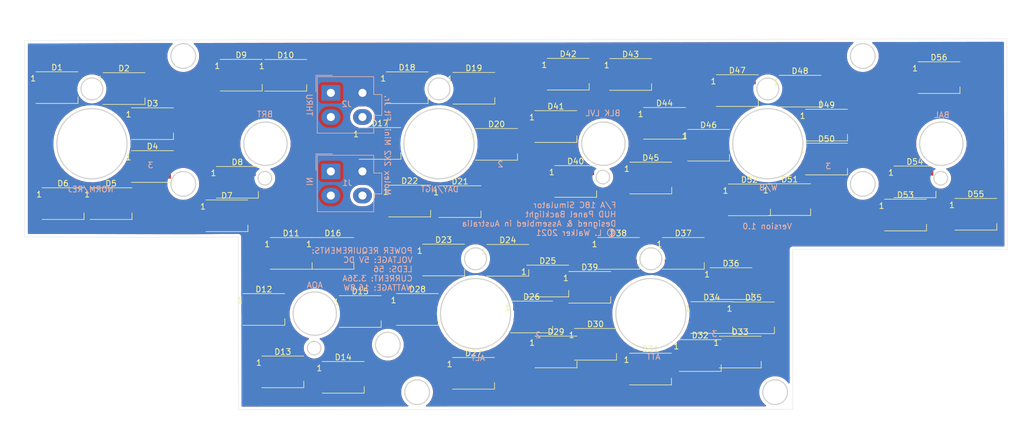
<source format=kicad_pcb>
(kicad_pcb (version 20171130) (host pcbnew "(5.1.6)-1")
  (layers (0 F.Cu signal) (1 In1.Cu signal) (2 In2.Cu signal) (31 B.Cu signal) (34 B.Paste user) (35 F.Paste user) (36 B.SilkS user) (37 F.SilkS user) (38 B.Mask user) (39 F.Mask user) (44 Edge.Cuts user))
  (net 0 "")
  (net 1 /LED+5V)
  (net 2 /LEDGND)
  (net 3 /DATAIN)
  (net 4 "Net-(D10-Pad4)")
  (net 5 /DATAOUT)
  (net 6 "Net-(D1-Pad2)")
  (net 7 "Net-(D2-Pad2)")
  (net 8 "Net-(D3-Pad2)")
  (net 9 "Net-(D4-Pad2)")
  (net 10 "Net-(D5-Pad2)")
  (net 11 "Net-(D6-Pad2)")
  (net 12 "Net-(D7-Pad2)")
  (net 13 "Net-(D8-Pad2)")
  (net 14 "Net-(D10-Pad2)")
  (net 15 "Net-(D11-Pad2)")
  (net 16 "Net-(D12-Pad2)")
  (net 17 "Net-(D13-Pad2)")
  (net 18 "Net-(D14-Pad2)")
  (net 19 "Net-(D15-Pad2)")
  (net 20 "Net-(D16-Pad2)")
  (net 21 "Net-(D17-Pad2)")
  (net 22 "Net-(D18-Pad2)")
  (net 23 "Net-(D19-Pad2)")
  (net 24 "Net-(D20-Pad2)")
  (net 25 "Net-(D21-Pad2)")
  (net 26 "Net-(D22-Pad2)")
  (net 27 "Net-(D23-Pad2)")
  (net 28 "Net-(D24-Pad2)")
  (net 29 "Net-(D25-Pad2)")
  (net 30 "Net-(D26-Pad2)")
  (net 31 "Net-(D27-Pad2)")
  (net 32 "Net-(D28-Pad2)")
  (net 33 "Net-(D29-Pad2)")
  (net 34 "Net-(D30-Pad2)")
  (net 35 "Net-(D31-Pad2)")
  (net 36 "Net-(D32-Pad2)")
  (net 37 "Net-(D33-Pad2)")
  (net 38 "Net-(D34-Pad2)")
  (net 39 "Net-(D35-Pad2)")
  (net 40 "Net-(D36-Pad2)")
  (net 41 "Net-(D37-Pad2)")
  (net 42 "Net-(D38-Pad2)")
  (net 43 "Net-(D39-Pad2)")
  (net 44 "Net-(D40-Pad2)")
  (net 45 "Net-(D41-Pad2)")
  (net 46 "Net-(D42-Pad2)")
  (net 47 "Net-(D43-Pad2)")
  (net 48 "Net-(D44-Pad2)")
  (net 49 "Net-(D45-Pad2)")
  (net 50 "Net-(D46-Pad2)")
  (net 51 "Net-(D47-Pad2)")
  (net 52 "Net-(D48-Pad2)")
  (net 53 "Net-(D49-Pad2)")
  (net 54 "Net-(D50-Pad2)")
  (net 55 "Net-(D51-Pad2)")
  (net 56 "Net-(D52-Pad2)")
  (net 57 "Net-(D53-Pad2)")
  (net 58 "Net-(D54-Pad2)")
  (net 59 "Net-(D55-Pad2)")
  (module LED_SMD:LED_WS2812B_PLCC4_5.0x5.0mm_P3.2mm (layer F.Cu) (at 226.6 45)
    (fp_text reference D56 (at 0 -3.5) (layer F.SilkS))
    (fp_text value WS2812B)
    (fp_text user 1 (at -4.15 -1.6) (layer F.SilkS))
    (pad 1 smd rect (at -2.45 -1.6) (size 1.5 1) (layers F.Cu F.Paste F.Mask) (net 1 /LED+5V))
    (pad 2 smd rect (at -2.45 1.6) (size 1.5 1) (layers F.Cu F.Paste F.Mask) (net 5 /DATAOUT))
    (pad 4 smd rect (at 2.45 -1.6) (size 1.5 1) (layers F.Cu F.Paste F.Mask) (net 59 "Net-(D55-Pad2)"))
    (pad 3 smd rect (at 2.45 1.6) (size 1.5 1) (layers F.Cu F.Paste F.Mask) (net 2 /LEDGND))
  )
  (module LED_SMD:LED_WS2812B_PLCC4_5.0x5.0mm_P3.2mm (layer F.Cu) (at 233 68.75)
    (fp_text reference D55 (at 0 -3.5) (layer F.SilkS))
    (fp_text value WS2812B)
    (fp_text user 1 (at -4.15 -1.6) (layer F.SilkS))
    (pad 1 smd rect (at -2.45 -1.6) (size 1.5 1) (layers F.Cu F.Paste F.Mask) (net 1 /LED+5V))
    (pad 2 smd rect (at -2.45 1.6) (size 1.5 1) (layers F.Cu F.Paste F.Mask) (net 59 "Net-(D55-Pad2)"))
    (pad 4 smd rect (at 2.45 -1.6) (size 1.5 1) (layers F.Cu F.Paste F.Mask) (net 58 "Net-(D54-Pad2)"))
    (pad 3 smd rect (at 2.45 1.6) (size 1.5 1) (layers F.Cu F.Paste F.Mask) (net 2 /LEDGND))
  )
  (module LED_SMD:LED_WS2812B_PLCC4_5.0x5.0mm_P3.2mm (layer F.Cu) (at 222.414 63.1188)
    (fp_text reference D54 (at 0 -3.5) (layer F.SilkS))
    (fp_text value WS2812B)
    (fp_text user 1 (at -4.15 -1.6) (layer F.SilkS))
    (pad 1 smd rect (at -2.45 -1.6) (size 1.5 1) (layers F.Cu F.Paste F.Mask) (net 1 /LED+5V))
    (pad 2 smd rect (at -2.45 1.6) (size 1.5 1) (layers F.Cu F.Paste F.Mask) (net 58 "Net-(D54-Pad2)"))
    (pad 4 smd rect (at 2.45 -1.6) (size 1.5 1) (layers F.Cu F.Paste F.Mask) (net 57 "Net-(D53-Pad2)"))
    (pad 3 smd rect (at 2.45 1.6) (size 1.5 1) (layers F.Cu F.Paste F.Mask) (net 2 /LEDGND))
  )
  (module LED_SMD:LED_WS2812B_PLCC4_5.0x5.0mm_P3.2mm (layer F.Cu) (at 220.777 68.8848)
    (fp_text reference D53 (at 0 -3.5) (layer F.SilkS))
    (fp_text value WS2812B)
    (fp_text user 1 (at -4.15 -1.6) (layer F.SilkS))
    (pad 1 smd rect (at -2.45 -1.6) (size 1.5 1) (layers F.Cu F.Paste F.Mask) (net 1 /LED+5V))
    (pad 2 smd rect (at -2.45 1.6) (size 1.5 1) (layers F.Cu F.Paste F.Mask) (net 57 "Net-(D53-Pad2)"))
    (pad 4 smd rect (at 2.45 -1.6) (size 1.5 1) (layers F.Cu F.Paste F.Mask) (net 56 "Net-(D52-Pad2)"))
    (pad 3 smd rect (at 2.45 1.6) (size 1.5 1) (layers F.Cu F.Paste F.Mask) (net 2 /LEDGND))
  )
  (module LED_SMD:LED_WS2812B_PLCC4_5.0x5.0mm_P3.2mm (layer F.Cu) (at 193.65 66.25)
    (fp_text reference D52 (at 0 -3.5) (layer F.SilkS))
    (fp_text value WS2812B)
    (fp_text user 1 (at -4.15 -1.6) (layer F.SilkS))
    (pad 1 smd rect (at -2.45 -1.6) (size 1.5 1) (layers F.Cu F.Paste F.Mask) (net 1 /LED+5V))
    (pad 2 smd rect (at -2.45 1.6) (size 1.5 1) (layers F.Cu F.Paste F.Mask) (net 56 "Net-(D52-Pad2)"))
    (pad 4 smd rect (at 2.45 -1.6) (size 1.5 1) (layers F.Cu F.Paste F.Mask) (net 55 "Net-(D51-Pad2)"))
    (pad 3 smd rect (at 2.45 1.6) (size 1.5 1) (layers F.Cu F.Paste F.Mask) (net 2 /LEDGND))
  )
  (module LED_SMD:LED_WS2812B_PLCC4_5.0x5.0mm_P3.2mm (layer F.Cu) (at 200.65 66.2)
    (fp_text reference D51 (at 0 -3.5) (layer F.SilkS))
    (fp_text value WS2812B)
    (fp_text user 1 (at -4.15 -1.6) (layer F.SilkS))
    (pad 1 smd rect (at -2.45 -1.6) (size 1.5 1) (layers F.Cu F.Paste F.Mask) (net 1 /LED+5V))
    (pad 2 smd rect (at -2.45 1.6) (size 1.5 1) (layers F.Cu F.Paste F.Mask) (net 55 "Net-(D51-Pad2)"))
    (pad 4 smd rect (at 2.45 -1.6) (size 1.5 1) (layers F.Cu F.Paste F.Mask) (net 54 "Net-(D50-Pad2)"))
    (pad 3 smd rect (at 2.45 1.6) (size 1.5 1) (layers F.Cu F.Paste F.Mask) (net 2 /LEDGND))
  )
  (module LED_SMD:LED_WS2812B_PLCC4_5.0x5.0mm_P3.2mm (layer F.Cu) (at 207.05 59.15)
    (fp_text reference D50 (at 0 -3.5) (layer F.SilkS))
    (fp_text value WS2812B)
    (fp_text user 1 (at -4.15 -1.6) (layer F.SilkS))
    (pad 1 smd rect (at -2.45 -1.6) (size 1.5 1) (layers F.Cu F.Paste F.Mask) (net 1 /LED+5V))
    (pad 2 smd rect (at -2.45 1.6) (size 1.5 1) (layers F.Cu F.Paste F.Mask) (net 54 "Net-(D50-Pad2)"))
    (pad 4 smd rect (at 2.45 -1.6) (size 1.5 1) (layers F.Cu F.Paste F.Mask) (net 53 "Net-(D49-Pad2)"))
    (pad 3 smd rect (at 2.45 1.6) (size 1.5 1) (layers F.Cu F.Paste F.Mask) (net 2 /LEDGND))
  )
  (module LED_SMD:LED_WS2812B_PLCC4_5.0x5.0mm_P3.2mm (layer F.Cu) (at 207.05 53.25)
    (fp_text reference D49 (at 0 -3.5) (layer F.SilkS))
    (fp_text value WS2812B)
    (fp_text user 1 (at -4.15 -1.6) (layer F.SilkS))
    (pad 1 smd rect (at -2.45 -1.6) (size 1.5 1) (layers F.Cu F.Paste F.Mask) (net 1 /LED+5V))
    (pad 2 smd rect (at -2.45 1.6) (size 1.5 1) (layers F.Cu F.Paste F.Mask) (net 53 "Net-(D49-Pad2)"))
    (pad 4 smd rect (at 2.45 -1.6) (size 1.5 1) (layers F.Cu F.Paste F.Mask) (net 52 "Net-(D48-Pad2)"))
    (pad 3 smd rect (at 2.45 1.6) (size 1.5 1) (layers F.Cu F.Paste F.Mask) (net 2 /LEDGND))
  )
  (module LED_SMD:LED_WS2812B_PLCC4_5.0x5.0mm_P3.2mm (layer F.Cu) (at 202.45 47.35)
    (fp_text reference D48 (at 0 -3.5) (layer F.SilkS))
    (fp_text value WS2812B)
    (fp_text user 1 (at -4.15 -1.6) (layer F.SilkS))
    (pad 1 smd rect (at -2.45 -1.6) (size 1.5 1) (layers F.Cu F.Paste F.Mask) (net 1 /LED+5V))
    (pad 2 smd rect (at -2.45 1.6) (size 1.5 1) (layers F.Cu F.Paste F.Mask) (net 52 "Net-(D48-Pad2)"))
    (pad 4 smd rect (at 2.45 -1.6) (size 1.5 1) (layers F.Cu F.Paste F.Mask) (net 51 "Net-(D47-Pad2)"))
    (pad 3 smd rect (at 2.45 1.6) (size 1.5 1) (layers F.Cu F.Paste F.Mask) (net 2 /LEDGND))
  )
  (module LED_SMD:LED_WS2812B_PLCC4_5.0x5.0mm_P3.2mm (layer F.Cu) (at 191.55 47.25)
    (fp_text reference D47 (at 0 -3.5) (layer F.SilkS))
    (fp_text value WS2812B)
    (fp_text user 1 (at -4.15 -1.6) (layer F.SilkS))
    (pad 1 smd rect (at -2.45 -1.6) (size 1.5 1) (layers F.Cu F.Paste F.Mask) (net 1 /LED+5V))
    (pad 2 smd rect (at -2.45 1.6) (size 1.5 1) (layers F.Cu F.Paste F.Mask) (net 51 "Net-(D47-Pad2)"))
    (pad 4 smd rect (at 2.45 -1.6) (size 1.5 1) (layers F.Cu F.Paste F.Mask) (net 50 "Net-(D46-Pad2)"))
    (pad 3 smd rect (at 2.45 1.6) (size 1.5 1) (layers F.Cu F.Paste F.Mask) (net 2 /LEDGND))
  )
  (module LED_SMD:LED_WS2812B_PLCC4_5.0x5.0mm_P3.2mm (layer F.Cu) (at 186.55 56.75)
    (fp_text reference D46 (at 0 -3.5) (layer F.SilkS))
    (fp_text value WS2812B)
    (fp_text user 1 (at -4.15 -1.6) (layer F.SilkS))
    (pad 1 smd rect (at -2.45 -1.6) (size 1.5 1) (layers F.Cu F.Paste F.Mask) (net 1 /LED+5V))
    (pad 2 smd rect (at -2.45 1.6) (size 1.5 1) (layers F.Cu F.Paste F.Mask) (net 50 "Net-(D46-Pad2)"))
    (pad 4 smd rect (at 2.45 -1.6) (size 1.5 1) (layers F.Cu F.Paste F.Mask) (net 49 "Net-(D45-Pad2)"))
    (pad 3 smd rect (at 2.45 1.6) (size 1.5 1) (layers F.Cu F.Paste F.Mask) (net 2 /LEDGND))
  )
  (module LED_SMD:LED_WS2812B_PLCC4_5.0x5.0mm_P3.2mm (layer F.Cu) (at 176.5 62.45)
    (fp_text reference D45 (at 0 -3.5) (layer F.SilkS))
    (fp_text value WS2812B)
    (fp_text user 1 (at -4.15 -1.6) (layer F.SilkS))
    (pad 1 smd rect (at -2.45 -1.6) (size 1.5 1) (layers F.Cu F.Paste F.Mask) (net 1 /LED+5V))
    (pad 2 smd rect (at -2.45 1.6) (size 1.5 1) (layers F.Cu F.Paste F.Mask) (net 49 "Net-(D45-Pad2)"))
    (pad 4 smd rect (at 2.45 -1.6) (size 1.5 1) (layers F.Cu F.Paste F.Mask) (net 48 "Net-(D44-Pad2)"))
    (pad 3 smd rect (at 2.45 1.6) (size 1.5 1) (layers F.Cu F.Paste F.Mask) (net 2 /LEDGND))
  )
  (module LED_SMD:LED_WS2812B_PLCC4_5.0x5.0mm_P3.2mm (layer F.Cu) (at 178.9 52.95)
    (fp_text reference D44 (at 0 -3.5) (layer F.SilkS))
    (fp_text value WS2812B)
    (fp_text user 1 (at -4.15 -1.6) (layer F.SilkS))
    (pad 1 smd rect (at -2.45 -1.6) (size 1.5 1) (layers F.Cu F.Paste F.Mask) (net 1 /LED+5V))
    (pad 2 smd rect (at -2.45 1.6) (size 1.5 1) (layers F.Cu F.Paste F.Mask) (net 48 "Net-(D44-Pad2)"))
    (pad 4 smd rect (at 2.45 -1.6) (size 1.5 1) (layers F.Cu F.Paste F.Mask) (net 47 "Net-(D43-Pad2)"))
    (pad 3 smd rect (at 2.45 1.6) (size 1.5 1) (layers F.Cu F.Paste F.Mask) (net 2 /LEDGND))
  )
  (module LED_SMD:LED_WS2812B_PLCC4_5.0x5.0mm_P3.2mm (layer F.Cu) (at 173 44.45)
    (fp_text reference D43 (at 0 -3.5) (layer F.SilkS))
    (fp_text value WS2812B)
    (fp_text user 1 (at -4.15 -1.6) (layer F.SilkS))
    (pad 1 smd rect (at -2.45 -1.6) (size 1.5 1) (layers F.Cu F.Paste F.Mask) (net 1 /LED+5V))
    (pad 2 smd rect (at -2.45 1.6) (size 1.5 1) (layers F.Cu F.Paste F.Mask) (net 47 "Net-(D43-Pad2)"))
    (pad 4 smd rect (at 2.45 -1.6) (size 1.5 1) (layers F.Cu F.Paste F.Mask) (net 46 "Net-(D42-Pad2)"))
    (pad 3 smd rect (at 2.45 1.6) (size 1.5 1) (layers F.Cu F.Paste F.Mask) (net 2 /LEDGND))
  )
  (module LED_SMD:LED_WS2812B_PLCC4_5.0x5.0mm_P3.2mm (layer F.Cu) (at 162.15 44.4)
    (fp_text reference D42 (at 0 -3.5) (layer F.SilkS))
    (fp_text value WS2812B)
    (fp_text user 1 (at -4.15 -1.6) (layer F.SilkS))
    (pad 1 smd rect (at -2.45 -1.6) (size 1.5 1) (layers F.Cu F.Paste F.Mask) (net 1 /LED+5V))
    (pad 2 smd rect (at -2.45 1.6) (size 1.5 1) (layers F.Cu F.Paste F.Mask) (net 46 "Net-(D42-Pad2)"))
    (pad 4 smd rect (at 2.45 -1.6) (size 1.5 1) (layers F.Cu F.Paste F.Mask) (net 45 "Net-(D41-Pad2)"))
    (pad 3 smd rect (at 2.45 1.6) (size 1.5 1) (layers F.Cu F.Paste F.Mask) (net 2 /LEDGND))
  )
  (module LED_SMD:LED_WS2812B_PLCC4_5.0x5.0mm_P3.2mm (layer F.Cu) (at 160 53.5)
    (fp_text reference D41 (at 0 -3.5) (layer F.SilkS))
    (fp_text value WS2812B)
    (fp_text user 1 (at -4.15 -1.6) (layer F.SilkS))
    (pad 1 smd rect (at -2.45 -1.6) (size 1.5 1) (layers F.Cu F.Paste F.Mask) (net 1 /LED+5V))
    (pad 2 smd rect (at -2.45 1.6) (size 1.5 1) (layers F.Cu F.Paste F.Mask) (net 45 "Net-(D41-Pad2)"))
    (pad 4 smd rect (at 2.45 -1.6) (size 1.5 1) (layers F.Cu F.Paste F.Mask) (net 44 "Net-(D40-Pad2)"))
    (pad 3 smd rect (at 2.45 1.6) (size 1.5 1) (layers F.Cu F.Paste F.Mask) (net 2 /LEDGND))
  )
  (module LED_SMD:LED_WS2812B_PLCC4_5.0x5.0mm_P3.2mm (layer F.Cu) (at 163.45 63.05)
    (fp_text reference D40 (at 0 -3.5) (layer F.SilkS))
    (fp_text value WS2812B)
    (fp_text user 1 (at -4.15 -1.6) (layer F.SilkS))
    (pad 1 smd rect (at -2.45 -1.6) (size 1.5 1) (layers F.Cu F.Paste F.Mask) (net 1 /LED+5V))
    (pad 2 smd rect (at -2.45 1.6) (size 1.5 1) (layers F.Cu F.Paste F.Mask) (net 44 "Net-(D40-Pad2)"))
    (pad 4 smd rect (at 2.45 -1.6) (size 1.5 1) (layers F.Cu F.Paste F.Mask) (net 43 "Net-(D39-Pad2)"))
    (pad 3 smd rect (at 2.45 1.6) (size 1.5 1) (layers F.Cu F.Paste F.Mask) (net 2 /LEDGND))
  )
  (module LED_SMD:LED_WS2812B_PLCC4_5.0x5.0mm_P3.2mm (layer F.Cu) (at 165.9 81.45)
    (fp_text reference D39 (at 0 -3.5) (layer F.SilkS))
    (fp_text value WS2812B)
    (fp_text user 1 (at -4.15 -1.6) (layer F.SilkS))
    (pad 1 smd rect (at -2.45 -1.6) (size 1.5 1) (layers F.Cu F.Paste F.Mask) (net 1 /LED+5V))
    (pad 2 smd rect (at -2.45 1.6) (size 1.5 1) (layers F.Cu F.Paste F.Mask) (net 43 "Net-(D39-Pad2)"))
    (pad 4 smd rect (at 2.45 -1.6) (size 1.5 1) (layers F.Cu F.Paste F.Mask) (net 42 "Net-(D38-Pad2)"))
    (pad 3 smd rect (at 2.45 1.6) (size 1.5 1) (layers F.Cu F.Paste F.Mask) (net 2 /LEDGND))
  )
  (module LED_SMD:LED_WS2812B_PLCC4_5.0x5.0mm_P3.2mm (layer F.Cu) (at 170.9 75.55)
    (fp_text reference D38 (at 0 -3.5) (layer F.SilkS))
    (fp_text value WS2812B)
    (fp_text user 1 (at -4.15 -1.6) (layer F.SilkS))
    (pad 1 smd rect (at -2.45 -1.6) (size 1.5 1) (layers F.Cu F.Paste F.Mask) (net 1 /LED+5V))
    (pad 2 smd rect (at -2.45 1.6) (size 1.5 1) (layers F.Cu F.Paste F.Mask) (net 42 "Net-(D38-Pad2)"))
    (pad 4 smd rect (at 2.45 -1.6) (size 1.5 1) (layers F.Cu F.Paste F.Mask) (net 41 "Net-(D37-Pad2)"))
    (pad 3 smd rect (at 2.45 1.6) (size 1.5 1) (layers F.Cu F.Paste F.Mask) (net 2 /LEDGND))
  )
  (module LED_SMD:LED_WS2812B_PLCC4_5.0x5.0mm_P3.2mm (layer F.Cu) (at 182.15 75.55)
    (fp_text reference D37 (at 0 -3.5) (layer F.SilkS))
    (fp_text value WS2812B)
    (fp_text user 1 (at -4.15 -1.6) (layer F.SilkS))
    (pad 1 smd rect (at -2.45 -1.6) (size 1.5 1) (layers F.Cu F.Paste F.Mask) (net 1 /LED+5V))
    (pad 2 smd rect (at -2.45 1.6) (size 1.5 1) (layers F.Cu F.Paste F.Mask) (net 41 "Net-(D37-Pad2)"))
    (pad 4 smd rect (at 2.45 -1.6) (size 1.5 1) (layers F.Cu F.Paste F.Mask) (net 40 "Net-(D36-Pad2)"))
    (pad 3 smd rect (at 2.45 1.6) (size 1.5 1) (layers F.Cu F.Paste F.Mask) (net 2 /LEDGND))
  )
  (module LED_SMD:LED_WS2812B_PLCC4_5.0x5.0mm_P3.2mm (layer F.Cu) (at 190.45 80.8)
    (fp_text reference D36 (at 0 -3.5) (layer F.SilkS))
    (fp_text value WS2812B)
    (fp_text user 1 (at -4.15 -1.6) (layer F.SilkS))
    (pad 1 smd rect (at -2.45 -1.6) (size 1.5 1) (layers F.Cu F.Paste F.Mask) (net 1 /LED+5V))
    (pad 2 smd rect (at -2.45 1.6) (size 1.5 1) (layers F.Cu F.Paste F.Mask) (net 40 "Net-(D36-Pad2)"))
    (pad 4 smd rect (at 2.45 -1.6) (size 1.5 1) (layers F.Cu F.Paste F.Mask) (net 39 "Net-(D35-Pad2)"))
    (pad 3 smd rect (at 2.45 1.6) (size 1.5 1) (layers F.Cu F.Paste F.Mask) (net 2 /LEDGND))
  )
  (module LED_SMD:LED_WS2812B_PLCC4_5.0x5.0mm_P3.2mm (layer F.Cu) (at 194.35 86.75)
    (fp_text reference D35 (at 0 -3.5) (layer F.SilkS))
    (fp_text value WS2812B)
    (fp_text user 1 (at -4.15 -1.6) (layer F.SilkS))
    (pad 1 smd rect (at -2.45 -1.6) (size 1.5 1) (layers F.Cu F.Paste F.Mask) (net 1 /LED+5V))
    (pad 2 smd rect (at -2.45 1.6) (size 1.5 1) (layers F.Cu F.Paste F.Mask) (net 39 "Net-(D35-Pad2)"))
    (pad 4 smd rect (at 2.45 -1.6) (size 1.5 1) (layers F.Cu F.Paste F.Mask) (net 38 "Net-(D34-Pad2)"))
    (pad 3 smd rect (at 2.45 1.6) (size 1.5 1) (layers F.Cu F.Paste F.Mask) (net 2 /LEDGND))
  )
  (module LED_SMD:LED_WS2812B_PLCC4_5.0x5.0mm_P3.2mm (layer F.Cu) (at 187.1 86.7)
    (fp_text reference D34 (at 0 -3.5) (layer F.SilkS))
    (fp_text value WS2812B)
    (fp_text user 1 (at -4.15 -1.6) (layer F.SilkS))
    (pad 1 smd rect (at -2.45 -1.6) (size 1.5 1) (layers F.Cu F.Paste F.Mask) (net 1 /LED+5V))
    (pad 2 smd rect (at -2.45 1.6) (size 1.5 1) (layers F.Cu F.Paste F.Mask) (net 38 "Net-(D34-Pad2)"))
    (pad 4 smd rect (at 2.45 -1.6) (size 1.5 1) (layers F.Cu F.Paste F.Mask) (net 37 "Net-(D33-Pad2)"))
    (pad 3 smd rect (at 2.45 1.6) (size 1.5 1) (layers F.Cu F.Paste F.Mask) (net 2 /LEDGND))
  )
  (module LED_SMD:LED_WS2812B_PLCC4_5.0x5.0mm_P3.2mm (layer F.Cu) (at 192.05 92.7)
    (fp_text reference D33 (at 0 -3.5) (layer F.SilkS))
    (fp_text value WS2812B)
    (fp_text user 1 (at -4.15 -1.6) (layer F.SilkS))
    (pad 1 smd rect (at -2.45 -1.6) (size 1.5 1) (layers F.Cu F.Paste F.Mask) (net 1 /LED+5V))
    (pad 2 smd rect (at -2.45 1.6) (size 1.5 1) (layers F.Cu F.Paste F.Mask) (net 37 "Net-(D33-Pad2)"))
    (pad 4 smd rect (at 2.45 -1.6) (size 1.5 1) (layers F.Cu F.Paste F.Mask) (net 36 "Net-(D32-Pad2)"))
    (pad 3 smd rect (at 2.45 1.6) (size 1.5 1) (layers F.Cu F.Paste F.Mask) (net 2 /LEDGND))
  )
  (module LED_SMD:LED_WS2812B_PLCC4_5.0x5.0mm_P3.2mm (layer F.Cu) (at 185.1 93.3)
    (fp_text reference D32 (at 0 -3.5) (layer F.SilkS))
    (fp_text value WS2812B)
    (fp_text user 1 (at -4.15 -1.6) (layer F.SilkS))
    (pad 1 smd rect (at -2.45 -1.6) (size 1.5 1) (layers F.Cu F.Paste F.Mask) (net 1 /LED+5V))
    (pad 2 smd rect (at -2.45 1.6) (size 1.5 1) (layers F.Cu F.Paste F.Mask) (net 36 "Net-(D32-Pad2)"))
    (pad 4 smd rect (at 2.45 -1.6) (size 1.5 1) (layers F.Cu F.Paste F.Mask) (net 35 "Net-(D31-Pad2)"))
    (pad 3 smd rect (at 2.45 1.6) (size 1.5 1) (layers F.Cu F.Paste F.Mask) (net 2 /LEDGND))
  )
  (module LED_SMD:LED_WS2812B_PLCC4_5.0x5.0mm_P3.2mm (layer F.Cu) (at 176.45 95.65)
    (fp_text reference D31 (at 0 -3.5) (layer F.SilkS))
    (fp_text value WS2812B)
    (fp_text user 1 (at -4.15 -1.6) (layer F.SilkS))
    (pad 1 smd rect (at -2.45 -1.6) (size 1.5 1) (layers F.Cu F.Paste F.Mask) (net 1 /LED+5V))
    (pad 2 smd rect (at -2.45 1.6) (size 1.5 1) (layers F.Cu F.Paste F.Mask) (net 35 "Net-(D31-Pad2)"))
    (pad 4 smd rect (at 2.45 -1.6) (size 1.5 1) (layers F.Cu F.Paste F.Mask) (net 34 "Net-(D30-Pad2)"))
    (pad 3 smd rect (at 2.45 1.6) (size 1.5 1) (layers F.Cu F.Paste F.Mask) (net 2 /LEDGND))
  )
  (module LED_SMD:LED_WS2812B_PLCC4_5.0x5.0mm_P3.2mm (layer F.Cu) (at 166.9 91.35)
    (fp_text reference D30 (at 0 -3.5) (layer F.SilkS))
    (fp_text value WS2812B)
    (fp_text user 1 (at -4.15 -1.6) (layer F.SilkS))
    (pad 1 smd rect (at -2.45 -1.6) (size 1.5 1) (layers F.Cu F.Paste F.Mask) (net 1 /LED+5V))
    (pad 2 smd rect (at -2.45 1.6) (size 1.5 1) (layers F.Cu F.Paste F.Mask) (net 34 "Net-(D30-Pad2)"))
    (pad 4 smd rect (at 2.45 -1.6) (size 1.5 1) (layers F.Cu F.Paste F.Mask) (net 33 "Net-(D29-Pad2)"))
    (pad 3 smd rect (at 2.45 1.6) (size 1.5 1) (layers F.Cu F.Paste F.Mask) (net 2 /LEDGND))
  )
  (module LED_SMD:LED_WS2812B_PLCC4_5.0x5.0mm_P3.2mm (layer F.Cu) (at 160.032 92.6844)
    (fp_text reference D29 (at 0 -3.5) (layer F.SilkS))
    (fp_text value WS2812B)
    (fp_text user 1 (at -4.15 -1.6) (layer F.SilkS))
    (pad 1 smd rect (at -2.45 -1.6) (size 1.5 1) (layers F.Cu F.Paste F.Mask) (net 1 /LED+5V))
    (pad 2 smd rect (at -2.45 1.6) (size 1.5 1) (layers F.Cu F.Paste F.Mask) (net 33 "Net-(D29-Pad2)"))
    (pad 4 smd rect (at 2.45 -1.6) (size 1.5 1) (layers F.Cu F.Paste F.Mask) (net 32 "Net-(D28-Pad2)"))
    (pad 3 smd rect (at 2.45 1.6) (size 1.5 1) (layers F.Cu F.Paste F.Mask) (net 2 /LEDGND))
  )
  (module LED_SMD:LED_WS2812B_PLCC4_5.0x5.0mm_P3.2mm (layer F.Cu) (at 135.95 85.3)
    (fp_text reference D28 (at 0 -3.5) (layer F.SilkS))
    (fp_text value WS2812B)
    (fp_text user 1 (at -4.15 -1.6) (layer F.SilkS))
    (pad 1 smd rect (at -2.45 -1.6) (size 1.5 1) (layers F.Cu F.Paste F.Mask) (net 1 /LED+5V))
    (pad 2 smd rect (at -2.45 1.6) (size 1.5 1) (layers F.Cu F.Paste F.Mask) (net 32 "Net-(D28-Pad2)"))
    (pad 4 smd rect (at 2.45 -1.6) (size 1.5 1) (layers F.Cu F.Paste F.Mask) (net 31 "Net-(D27-Pad2)"))
    (pad 3 smd rect (at 2.45 1.6) (size 1.5 1) (layers F.Cu F.Paste F.Mask) (net 2 /LEDGND))
  )
  (module LED_SMD:LED_WS2812B_PLCC4_5.0x5.0mm_P3.2mm (layer F.Cu) (at 145.7 96.4)
    (fp_text reference D27 (at 0 -3.5) (layer F.SilkS))
    (fp_text value WS2812B)
    (fp_text user 1 (at -4.15 -1.6) (layer F.SilkS))
    (pad 1 smd rect (at -2.45 -1.6) (size 1.5 1) (layers F.Cu F.Paste F.Mask) (net 1 /LED+5V))
    (pad 2 smd rect (at -2.45 1.6) (size 1.5 1) (layers F.Cu F.Paste F.Mask) (net 31 "Net-(D27-Pad2)"))
    (pad 4 smd rect (at 2.45 -1.6) (size 1.5 1) (layers F.Cu F.Paste F.Mask) (net 30 "Net-(D26-Pad2)"))
    (pad 3 smd rect (at 2.45 1.6) (size 1.5 1) (layers F.Cu F.Paste F.Mask) (net 2 /LEDGND))
  )
  (module LED_SMD:LED_WS2812B_PLCC4_5.0x5.0mm_P3.2mm (layer F.Cu) (at 155.8 86.6)
    (fp_text reference D26 (at 0 -3.5) (layer F.SilkS))
    (fp_text value WS2812B)
    (fp_text user 1 (at -4.15 -1.6) (layer F.SilkS))
    (pad 1 smd rect (at -2.45 -1.6) (size 1.5 1) (layers F.Cu F.Paste F.Mask) (net 1 /LED+5V))
    (pad 2 smd rect (at -2.45 1.6) (size 1.5 1) (layers F.Cu F.Paste F.Mask) (net 30 "Net-(D26-Pad2)"))
    (pad 4 smd rect (at 2.45 -1.6) (size 1.5 1) (layers F.Cu F.Paste F.Mask) (net 29 "Net-(D25-Pad2)"))
    (pad 3 smd rect (at 2.45 1.6) (size 1.5 1) (layers F.Cu F.Paste F.Mask) (net 2 /LEDGND))
  )
  (module LED_SMD:LED_WS2812B_PLCC4_5.0x5.0mm_P3.2mm (layer F.Cu) (at 158.6 80.35)
    (fp_text reference D25 (at 0 -3.5) (layer F.SilkS))
    (fp_text value WS2812B)
    (fp_text user 1 (at -4.15 -1.6) (layer F.SilkS))
    (pad 1 smd rect (at -2.45 -1.6) (size 1.5 1) (layers F.Cu F.Paste F.Mask) (net 1 /LED+5V))
    (pad 2 smd rect (at -2.45 1.6) (size 1.5 1) (layers F.Cu F.Paste F.Mask) (net 29 "Net-(D25-Pad2)"))
    (pad 4 smd rect (at 2.45 -1.6) (size 1.5 1) (layers F.Cu F.Paste F.Mask) (net 28 "Net-(D24-Pad2)"))
    (pad 3 smd rect (at 2.45 1.6) (size 1.5 1) (layers F.Cu F.Paste F.Mask) (net 2 /LEDGND))
  )
  (module LED_SMD:LED_WS2812B_PLCC4_5.0x5.0mm_P3.2mm (layer F.Cu) (at 151.65 76.75)
    (fp_text reference D24 (at 0 -3.5) (layer F.SilkS))
    (fp_text value WS2812B)
    (fp_text user 1 (at -4.15 -1.6) (layer F.SilkS))
    (pad 1 smd rect (at -2.45 -1.6) (size 1.5 1) (layers F.Cu F.Paste F.Mask) (net 1 /LED+5V))
    (pad 2 smd rect (at -2.45 1.6) (size 1.5 1) (layers F.Cu F.Paste F.Mask) (net 28 "Net-(D24-Pad2)"))
    (pad 4 smd rect (at 2.45 -1.6) (size 1.5 1) (layers F.Cu F.Paste F.Mask) (net 27 "Net-(D23-Pad2)"))
    (pad 3 smd rect (at 2.45 1.6) (size 1.5 1) (layers F.Cu F.Paste F.Mask) (net 2 /LEDGND))
  )
  (module LED_SMD:LED_WS2812B_PLCC4_5.0x5.0mm_P3.2mm (layer F.Cu) (at 140.5 76.7)
    (fp_text reference D23 (at 0 -3.5) (layer F.SilkS))
    (fp_text value WS2812B)
    (fp_text user 1 (at -4.15 -1.6) (layer F.SilkS))
    (pad 1 smd rect (at -2.45 -1.6) (size 1.5 1) (layers F.Cu F.Paste F.Mask) (net 1 /LED+5V))
    (pad 2 smd rect (at -2.45 1.6) (size 1.5 1) (layers F.Cu F.Paste F.Mask) (net 27 "Net-(D23-Pad2)"))
    (pad 4 smd rect (at 2.45 -1.6) (size 1.5 1) (layers F.Cu F.Paste F.Mask) (net 26 "Net-(D22-Pad2)"))
    (pad 3 smd rect (at 2.45 1.6) (size 1.5 1) (layers F.Cu F.Paste F.Mask) (net 2 /LEDGND))
  )
  (module LED_SMD:LED_WS2812B_PLCC4_5.0x5.0mm_P3.2mm (layer F.Cu) (at 134.6 66.45)
    (fp_text reference D22 (at 0 -3.5) (layer F.SilkS))
    (fp_text value WS2812B)
    (fp_text user 1 (at -4.15 -1.6) (layer F.SilkS))
    (pad 1 smd rect (at -2.45 -1.6) (size 1.5 1) (layers F.Cu F.Paste F.Mask) (net 1 /LED+5V))
    (pad 2 smd rect (at -2.45 1.6) (size 1.5 1) (layers F.Cu F.Paste F.Mask) (net 26 "Net-(D22-Pad2)"))
    (pad 4 smd rect (at 2.45 -1.6) (size 1.5 1) (layers F.Cu F.Paste F.Mask) (net 25 "Net-(D21-Pad2)"))
    (pad 3 smd rect (at 2.45 1.6) (size 1.5 1) (layers F.Cu F.Paste F.Mask) (net 2 /LEDGND))
  )
  (module LED_SMD:LED_WS2812B_PLCC4_5.0x5.0mm_P3.2mm (layer F.Cu) (at 143.35 66.55)
    (fp_text reference D21 (at 0 -3.5) (layer F.SilkS))
    (fp_text value WS2812B)
    (fp_text user 1 (at -4.15 -1.6) (layer F.SilkS))
    (pad 1 smd rect (at -2.45 -1.6) (size 1.5 1) (layers F.Cu F.Paste F.Mask) (net 1 /LED+5V))
    (pad 2 smd rect (at -2.45 1.6) (size 1.5 1) (layers F.Cu F.Paste F.Mask) (net 25 "Net-(D21-Pad2)"))
    (pad 4 smd rect (at 2.45 -1.6) (size 1.5 1) (layers F.Cu F.Paste F.Mask) (net 24 "Net-(D20-Pad2)"))
    (pad 3 smd rect (at 2.45 1.6) (size 1.5 1) (layers F.Cu F.Paste F.Mask) (net 2 /LEDGND))
  )
  (module LED_SMD:LED_WS2812B_PLCC4_5.0x5.0mm_P3.2mm (layer F.Cu) (at 149.7 56.6)
    (fp_text reference D20 (at 0 -3.5) (layer F.SilkS))
    (fp_text value WS2812B)
    (fp_text user 1 (at -4.15 -1.6) (layer F.SilkS))
    (pad 1 smd rect (at -2.45 -1.6) (size 1.5 1) (layers F.Cu F.Paste F.Mask) (net 1 /LED+5V))
    (pad 2 smd rect (at -2.45 1.6) (size 1.5 1) (layers F.Cu F.Paste F.Mask) (net 24 "Net-(D20-Pad2)"))
    (pad 4 smd rect (at 2.45 -1.6) (size 1.5 1) (layers F.Cu F.Paste F.Mask) (net 23 "Net-(D19-Pad2)"))
    (pad 3 smd rect (at 2.45 1.6) (size 1.5 1) (layers F.Cu F.Paste F.Mask) (net 2 /LEDGND))
  )
  (module LED_SMD:LED_WS2812B_PLCC4_5.0x5.0mm_P3.2mm (layer F.Cu) (at 145.75 46.85)
    (fp_text reference D19 (at 0 -3.5) (layer F.SilkS))
    (fp_text value WS2812B)
    (fp_text user 1 (at -4.15 -1.6) (layer F.SilkS))
    (pad 1 smd rect (at -2.45 -1.6) (size 1.5 1) (layers F.Cu F.Paste F.Mask) (net 1 /LED+5V))
    (pad 2 smd rect (at -2.45 1.6) (size 1.5 1) (layers F.Cu F.Paste F.Mask) (net 23 "Net-(D19-Pad2)"))
    (pad 4 smd rect (at 2.45 -1.6) (size 1.5 1) (layers F.Cu F.Paste F.Mask) (net 22 "Net-(D18-Pad2)"))
    (pad 3 smd rect (at 2.45 1.6) (size 1.5 1) (layers F.Cu F.Paste F.Mask) (net 2 /LEDGND))
  )
  (module LED_SMD:LED_WS2812B_PLCC4_5.0x5.0mm_P3.2mm (layer F.Cu) (at 134.15 46.75)
    (fp_text reference D18 (at 0 -3.5) (layer F.SilkS))
    (fp_text value WS2812B)
    (fp_text user 1 (at -4.15 -1.6) (layer F.SilkS))
    (pad 1 smd rect (at -2.45 -1.6) (size 1.5 1) (layers F.Cu F.Paste F.Mask) (net 1 /LED+5V))
    (pad 2 smd rect (at -2.45 1.6) (size 1.5 1) (layers F.Cu F.Paste F.Mask) (net 22 "Net-(D18-Pad2)"))
    (pad 4 smd rect (at 2.45 -1.6) (size 1.5 1) (layers F.Cu F.Paste F.Mask) (net 21 "Net-(D17-Pad2)"))
    (pad 3 smd rect (at 2.45 1.6) (size 1.5 1) (layers F.Cu F.Paste F.Mask) (net 2 /LEDGND))
  )
  (module LED_SMD:LED_WS2812B_PLCC4_5.0x5.0mm_P3.2mm (layer F.Cu) (at 129.438 56.4388)
    (fp_text reference D17 (at 0 -3.5) (layer F.SilkS))
    (fp_text value WS2812B)
    (fp_text user 1 (at -4.15 -1.6) (layer F.SilkS))
    (pad 1 smd rect (at -2.45 -1.6) (size 1.5 1) (layers F.Cu F.Paste F.Mask) (net 1 /LED+5V))
    (pad 2 smd rect (at -2.45 1.6) (size 1.5 1) (layers F.Cu F.Paste F.Mask) (net 21 "Net-(D17-Pad2)"))
    (pad 4 smd rect (at 2.45 -1.6) (size 1.5 1) (layers F.Cu F.Paste F.Mask) (net 20 "Net-(D16-Pad2)"))
    (pad 3 smd rect (at 2.45 1.6) (size 1.5 1) (layers F.Cu F.Paste F.Mask) (net 2 /LEDGND))
  )
  (module LED_SMD:LED_WS2812B_PLCC4_5.0x5.0mm_P3.2mm (layer F.Cu) (at 121.25 75.55)
    (fp_text reference D16 (at 0 -3.5) (layer F.SilkS))
    (fp_text value WS2812B)
    (fp_text user 1 (at -4.15 -1.6) (layer F.SilkS))
    (pad 1 smd rect (at -2.45 -1.6) (size 1.5 1) (layers F.Cu F.Paste F.Mask) (net 1 /LED+5V))
    (pad 2 smd rect (at -2.45 1.6) (size 1.5 1) (layers F.Cu F.Paste F.Mask) (net 20 "Net-(D16-Pad2)"))
    (pad 4 smd rect (at 2.45 -1.6) (size 1.5 1) (layers F.Cu F.Paste F.Mask) (net 19 "Net-(D15-Pad2)"))
    (pad 3 smd rect (at 2.45 1.6) (size 1.5 1) (layers F.Cu F.Paste F.Mask) (net 2 /LEDGND))
  )
  (module LED_SMD:LED_WS2812B_PLCC4_5.0x5.0mm_P3.2mm (layer F.Cu) (at 126 85.65)
    (fp_text reference D15 (at 0 -3.5) (layer F.SilkS))
    (fp_text value WS2812B)
    (fp_text user 1 (at -4.15 -1.6) (layer F.SilkS))
    (pad 1 smd rect (at -2.45 -1.6) (size 1.5 1) (layers F.Cu F.Paste F.Mask) (net 1 /LED+5V))
    (pad 2 smd rect (at -2.45 1.6) (size 1.5 1) (layers F.Cu F.Paste F.Mask) (net 19 "Net-(D15-Pad2)"))
    (pad 4 smd rect (at 2.45 -1.6) (size 1.5 1) (layers F.Cu F.Paste F.Mask) (net 18 "Net-(D14-Pad2)"))
    (pad 3 smd rect (at 2.45 1.6) (size 1.5 1) (layers F.Cu F.Paste F.Mask) (net 2 /LEDGND))
  )
  (module LED_SMD:LED_WS2812B_PLCC4_5.0x5.0mm_P3.2mm (layer F.Cu) (at 123.05 97.1)
    (fp_text reference D14 (at 0 -3.5) (layer F.SilkS))
    (fp_text value WS2812B)
    (fp_text user 1 (at -4.15 -1.6) (layer F.SilkS))
    (pad 1 smd rect (at -2.45 -1.6) (size 1.5 1) (layers F.Cu F.Paste F.Mask) (net 1 /LED+5V))
    (pad 2 smd rect (at -2.45 1.6) (size 1.5 1) (layers F.Cu F.Paste F.Mask) (net 18 "Net-(D14-Pad2)"))
    (pad 4 smd rect (at 2.45 -1.6) (size 1.5 1) (layers F.Cu F.Paste F.Mask) (net 17 "Net-(D13-Pad2)"))
    (pad 3 smd rect (at 2.45 1.6) (size 1.5 1) (layers F.Cu F.Paste F.Mask) (net 2 /LEDGND))
  )
  (module LED_SMD:LED_WS2812B_PLCC4_5.0x5.0mm_P3.2mm (layer F.Cu) (at 112.55 96.15)
    (fp_text reference D13 (at 0 -3.5) (layer F.SilkS))
    (fp_text value WS2812B)
    (fp_text user 1 (at -4.15 -1.6) (layer F.SilkS))
    (pad 1 smd rect (at -2.45 -1.6) (size 1.5 1) (layers F.Cu F.Paste F.Mask) (net 1 /LED+5V))
    (pad 2 smd rect (at -2.45 1.6) (size 1.5 1) (layers F.Cu F.Paste F.Mask) (net 17 "Net-(D13-Pad2)"))
    (pad 4 smd rect (at 2.45 -1.6) (size 1.5 1) (layers F.Cu F.Paste F.Mask) (net 16 "Net-(D12-Pad2)"))
    (pad 3 smd rect (at 2.45 1.6) (size 1.5 1) (layers F.Cu F.Paste F.Mask) (net 2 /LEDGND))
  )
  (module LED_SMD:LED_WS2812B_PLCC4_5.0x5.0mm_P3.2mm (layer F.Cu) (at 109.25 85.3)
    (fp_text reference D12 (at 0 -3.5) (layer F.SilkS))
    (fp_text value WS2812B)
    (fp_text user 1 (at -4.15 -1.6) (layer F.SilkS))
    (pad 1 smd rect (at -2.45 -1.6) (size 1.5 1) (layers F.Cu F.Paste F.Mask) (net 1 /LED+5V))
    (pad 2 smd rect (at -2.45 1.6) (size 1.5 1) (layers F.Cu F.Paste F.Mask) (net 16 "Net-(D12-Pad2)"))
    (pad 4 smd rect (at 2.45 -1.6) (size 1.5 1) (layers F.Cu F.Paste F.Mask) (net 15 "Net-(D11-Pad2)"))
    (pad 3 smd rect (at 2.45 1.6) (size 1.5 1) (layers F.Cu F.Paste F.Mask) (net 2 /LEDGND))
  )
  (module LED_SMD:LED_WS2812B_PLCC4_5.0x5.0mm_P3.2mm (layer F.Cu) (at 114 75.55)
    (fp_text reference D11 (at 0 -3.5) (layer F.SilkS))
    (fp_text value WS2812B)
    (fp_text user 1 (at -4.15 -1.6) (layer F.SilkS))
    (pad 1 smd rect (at -2.45 -1.6) (size 1.5 1) (layers F.Cu F.Paste F.Mask) (net 1 /LED+5V))
    (pad 2 smd rect (at -2.45 1.6) (size 1.5 1) (layers F.Cu F.Paste F.Mask) (net 15 "Net-(D11-Pad2)"))
    (pad 4 smd rect (at 2.45 -1.6) (size 1.5 1) (layers F.Cu F.Paste F.Mask) (net 14 "Net-(D10-Pad2)"))
    (pad 3 smd rect (at 2.45 1.6) (size 1.5 1) (layers F.Cu F.Paste F.Mask) (net 2 /LEDGND))
  )
  (module LED_SMD:LED_WS2812B_PLCC4_5.0x5.0mm_P3.2mm (layer F.Cu) (at 113.05 44.6)
    (fp_text reference D10 (at 0 -3.5) (layer F.SilkS))
    (fp_text value WS2812B)
    (fp_text user 1 (at -4.15 -1.6) (layer F.SilkS))
    (pad 1 smd rect (at -2.45 -1.6) (size 1.5 1) (layers F.Cu F.Paste F.Mask) (net 1 /LED+5V))
    (pad 2 smd rect (at -2.45 1.6) (size 1.5 1) (layers F.Cu F.Paste F.Mask) (net 14 "Net-(D10-Pad2)"))
    (pad 4 smd rect (at 2.45 -1.6) (size 1.5 1) (layers F.Cu F.Paste F.Mask) (net 4 "Net-(D10-Pad4)"))
    (pad 3 smd rect (at 2.45 1.6) (size 1.5 1) (layers F.Cu F.Paste F.Mask) (net 2 /LEDGND))
  )
  (module LED_SMD:LED_WS2812B_PLCC4_5.0x5.0mm_P3.2mm (layer F.Cu) (at 105.32 44.5768)
    (fp_text reference D9 (at 0 -3.5) (layer F.SilkS))
    (fp_text value WS2812B)
    (fp_text user 1 (at -4.15 -1.6) (layer F.SilkS))
    (pad 1 smd rect (at -2.45 -1.6) (size 1.5 1) (layers F.Cu F.Paste F.Mask) (net 1 /LED+5V))
    (pad 2 smd rect (at -2.45 1.6) (size 1.5 1) (layers F.Cu F.Paste F.Mask) (net 4 "Net-(D10-Pad4)"))
    (pad 4 smd rect (at 2.45 -1.6) (size 1.5 1) (layers F.Cu F.Paste F.Mask) (net 13 "Net-(D8-Pad2)"))
    (pad 3 smd rect (at 2.45 1.6) (size 1.5 1) (layers F.Cu F.Paste F.Mask) (net 2 /LEDGND))
  )
  (module LED_SMD:LED_WS2812B_PLCC4_5.0x5.0mm_P3.2mm (layer F.Cu) (at 104.648 63.1952)
    (fp_text reference D8 (at 0 -3.5) (layer F.SilkS))
    (fp_text value WS2812B)
    (fp_text user 1 (at -4.15 -1.6) (layer F.SilkS))
    (pad 1 smd rect (at -2.45 -1.6) (size 1.5 1) (layers F.Cu F.Paste F.Mask) (net 1 /LED+5V))
    (pad 2 smd rect (at -2.45 1.6) (size 1.5 1) (layers F.Cu F.Paste F.Mask) (net 13 "Net-(D8-Pad2)"))
    (pad 4 smd rect (at 2.45 -1.6) (size 1.5 1) (layers F.Cu F.Paste F.Mask) (net 12 "Net-(D7-Pad2)"))
    (pad 3 smd rect (at 2.45 1.6) (size 1.5 1) (layers F.Cu F.Paste F.Mask) (net 2 /LEDGND))
  )
  (module LED_SMD:LED_WS2812B_PLCC4_5.0x5.0mm_P3.2mm (layer F.Cu) (at 102.831 69.0116)
    (fp_text reference D7 (at 0 -3.5) (layer F.SilkS))
    (fp_text value WS2812B)
    (fp_text user 1 (at -4.15 -1.6) (layer F.SilkS))
    (pad 1 smd rect (at -2.45 -1.6) (size 1.5 1) (layers F.Cu F.Paste F.Mask) (net 1 /LED+5V))
    (pad 2 smd rect (at -2.45 1.6) (size 1.5 1) (layers F.Cu F.Paste F.Mask) (net 12 "Net-(D7-Pad2)"))
    (pad 4 smd rect (at 2.45 -1.6) (size 1.5 1) (layers F.Cu F.Paste F.Mask) (net 11 "Net-(D6-Pad2)"))
    (pad 3 smd rect (at 2.45 1.6) (size 1.5 1) (layers F.Cu F.Paste F.Mask) (net 2 /LEDGND))
  )
  (module LED_SMD:LED_WS2812B_PLCC4_5.0x5.0mm_P3.2mm (layer F.Cu) (at 74.35 66.9)
    (fp_text reference D6 (at 0 -3.5) (layer F.SilkS))
    (fp_text value WS2812B)
    (fp_text user 1 (at -4.15 -1.6) (layer F.SilkS))
    (pad 1 smd rect (at -2.45 -1.6) (size 1.5 1) (layers F.Cu F.Paste F.Mask) (net 1 /LED+5V))
    (pad 2 smd rect (at -2.45 1.6) (size 1.5 1) (layers F.Cu F.Paste F.Mask) (net 11 "Net-(D6-Pad2)"))
    (pad 4 smd rect (at 2.45 -1.6) (size 1.5 1) (layers F.Cu F.Paste F.Mask) (net 10 "Net-(D5-Pad2)"))
    (pad 3 smd rect (at 2.45 1.6) (size 1.5 1) (layers F.Cu F.Paste F.Mask) (net 2 /LEDGND))
  )
  (module LED_SMD:LED_WS2812B_PLCC4_5.0x5.0mm_P3.2mm (layer F.Cu) (at 82.7 66.9)
    (fp_text reference D5 (at 0 -3.5) (layer F.SilkS))
    (fp_text value WS2812B)
    (fp_text user 1 (at -4.15 -1.6) (layer F.SilkS))
    (pad 1 smd rect (at -2.45 -1.6) (size 1.5 1) (layers F.Cu F.Paste F.Mask) (net 1 /LED+5V))
    (pad 2 smd rect (at -2.45 1.6) (size 1.5 1) (layers F.Cu F.Paste F.Mask) (net 10 "Net-(D5-Pad2)"))
    (pad 4 smd rect (at 2.45 -1.6) (size 1.5 1) (layers F.Cu F.Paste F.Mask) (net 9 "Net-(D4-Pad2)"))
    (pad 3 smd rect (at 2.45 1.6) (size 1.5 1) (layers F.Cu F.Paste F.Mask) (net 2 /LEDGND))
  )
  (module LED_SMD:LED_WS2812B_PLCC4_5.0x5.0mm_P3.2mm (layer F.Cu) (at 89.9 60.45)
    (fp_text reference D4 (at 0 -3.5) (layer F.SilkS))
    (fp_text value WS2812B)
    (fp_text user 1 (at -4.15 -1.6) (layer F.SilkS))
    (pad 1 smd rect (at -2.45 -1.6) (size 1.5 1) (layers F.Cu F.Paste F.Mask) (net 1 /LED+5V))
    (pad 2 smd rect (at -2.45 1.6) (size 1.5 1) (layers F.Cu F.Paste F.Mask) (net 9 "Net-(D4-Pad2)"))
    (pad 4 smd rect (at 2.45 -1.6) (size 1.5 1) (layers F.Cu F.Paste F.Mask) (net 8 "Net-(D3-Pad2)"))
    (pad 3 smd rect (at 2.45 1.6) (size 1.5 1) (layers F.Cu F.Paste F.Mask) (net 2 /LEDGND))
  )
  (module LED_SMD:LED_WS2812B_PLCC4_5.0x5.0mm_P3.2mm (layer F.Cu) (at 89.9 53)
    (fp_text reference D3 (at 0 -3.5) (layer F.SilkS))
    (fp_text value WS2812B)
    (fp_text user 1 (at -4.15 -1.6) (layer F.SilkS))
    (pad 1 smd rect (at -2.45 -1.6) (size 1.5 1) (layers F.Cu F.Paste F.Mask) (net 1 /LED+5V))
    (pad 2 smd rect (at -2.45 1.6) (size 1.5 1) (layers F.Cu F.Paste F.Mask) (net 8 "Net-(D3-Pad2)"))
    (pad 4 smd rect (at 2.45 -1.6) (size 1.5 1) (layers F.Cu F.Paste F.Mask) (net 7 "Net-(D2-Pad2)"))
    (pad 3 smd rect (at 2.45 1.6) (size 1.5 1) (layers F.Cu F.Paste F.Mask) (net 2 /LEDGND))
  )
  (module LED_SMD:LED_WS2812B_PLCC4_5.0x5.0mm_P3.2mm (layer F.Cu) (at 84.95 46.9)
    (fp_text reference D2 (at 0 -3.5) (layer F.SilkS))
    (fp_text value WS2812B)
    (fp_text user 1 (at -4.15 -1.6) (layer F.SilkS))
    (pad 1 smd rect (at -2.45 -1.6) (size 1.5 1) (layers F.Cu F.Paste F.Mask) (net 1 /LED+5V))
    (pad 2 smd rect (at -2.45 1.6) (size 1.5 1) (layers F.Cu F.Paste F.Mask) (net 7 "Net-(D2-Pad2)"))
    (pad 4 smd rect (at 2.45 -1.6) (size 1.5 1) (layers F.Cu F.Paste F.Mask) (net 6 "Net-(D1-Pad2)"))
    (pad 3 smd rect (at 2.45 1.6) (size 1.5 1) (layers F.Cu F.Paste F.Mask) (net 2 /LEDGND))
  )
  (module LED_SMD:LED_WS2812B_PLCC4_5.0x5.0mm_P3.2mm (layer F.Cu) (at 73.3044 46.736)
    (fp_text reference D1 (at 0 -3.5) (layer F.SilkS))
    (fp_text value WS2812B)
    (fp_text user 1 (at -4.15 -1.6) (layer F.SilkS))
    (pad 1 smd rect (at -2.45 -1.6) (size 1.5 1) (layers F.Cu F.Paste F.Mask) (net 1 /LED+5V))
    (pad 2 smd rect (at -2.45 1.6) (size 1.5 1) (layers F.Cu F.Paste F.Mask) (net 6 "Net-(D1-Pad2)"))
    (pad 4 smd rect (at 2.45 -1.6) (size 1.5 1) (layers F.Cu F.Paste F.Mask) (net 3 /DATAIN))
    (pad 3 smd rect (at 2.45 1.6) (size 1.5 1) (layers F.Cu F.Paste F.Mask) (net 2 /LEDGND))
  )
  (module Connector_Molex:Molex_Mini-Fit_Jr_5566-04A_2x02_P4.20mm_Vertical (layer B.Cu) (at 120.9 47.65 270)
    (fp_text reference J2 (at 1.95 -2.75 180) (layer B.SilkS) (effects (justify mirror)))
    (fp_text value Conn_01x04_Female)
    (pad 4 thru_hole oval (at 4.2 -5.5 270) (size 2.7 3.3) (drill 1.4) (layers *.Cu *.Mask) (net 5 /DATAOUT))
    (pad 3 thru_hole oval (at 0 -5.5 270) (size 2.7 3.3) (drill 1.4) (layers *.Cu *.Mask) (net 2 /LEDGND))
    (pad 2 thru_hole oval (at 4.2 0 270) (size 2.7 3.3) (drill 1.4) (layers *.Cu *.Mask) (net 1 /LED+5V))
    (pad 1 thru_hole roundrect (at 0 0 270) (size 2.7 3.3) (drill 1.4) (layers *.Cu *.Mask) (roundrect_rratio 0.09259299999999999) (net 1 /LED+5V))
  )
  (module Connector_Molex:Molex_Mini-Fit_Jr_5566-04A_2x02_P4.20mm_Vertical (layer B.Cu) (at 120.9 61.3 270)
    (fp_text reference J1 (at 2 -2.85 180) (layer B.SilkS) (effects (justify mirror)))
    (fp_text value Conn_01x04_Female)
    (pad 4 thru_hole oval (at 4.2 -5.5 270) (size 2.7 3.3) (drill 1.4) (layers *.Cu *.Mask) (net 3 /DATAIN))
    (pad 3 thru_hole oval (at 0 -5.5 270) (size 2.7 3.3) (drill 1.4) (layers *.Cu *.Mask) (net 2 /LEDGND))
    (pad 2 thru_hole oval (at 4.2 0 270) (size 2.7 3.3) (drill 1.4) (layers *.Cu *.Mask) (net 1 /LED+5V))
    (pad 1 thru_hole roundrect (at 0 0 270) (size 2.7 3.3) (drill 1.4) (layers *.Cu *.Mask) (roundrect_rratio 0.09259299999999999) (net 1 /LED+5V))
  )
  (gr_text "Version 1.0" (at 196.7484 70.8406) (layer B.SilkS) (effects (font (size 1 1)) (justify mirror)))
  (gr_text "POWER REQUIREMENTS:\nVOLTAGE: 5V DC\nLEDS: 56\nCURRENT: 3.36A\nWATTAGE: 16.8W" (at 135.2 78.3) (layer B.SilkS) (effects (font (size 1 1)) (justify left mirror)))
  (gr_text 2 (at 156.9466 89.7636) (layer B.SilkS) (effects (font (size 1 1)) (justify mirror)))
  (gr_text 3 (at 187.579 89.535) (layer B.SilkS) (effects (font (size 1 1)) (justify mirror)))
  (gr_text 3 (at 207.3656 60.4012) (layer B.SilkS) (effects (font (size 1 1)) (justify mirror)))
  (gr_text 2 (at 150.368 60.071) (layer B.SilkS) (effects (font (size 1 1)) (justify mirror)))
  (gr_text 3 (at 89.5604 60.2234) (layer B.SilkS) (effects (font (size 1 1)) (justify mirror)))
  (gr_text NORM/REJ (at 79.1464 64.4144) (layer B.SilkS) (effects (font (size 1 1)) (justify mirror)))
  (gr_text ATT (at 176.9872 93.5228) (layer B.SilkS) (effects (font (size 1 1)) (justify mirror)))
  (gr_text ALT (at 146.4818 93.726) (layer B.SilkS) (effects (font (size 1 1)) (justify mirror)))
  (gr_text AOA (at 118.11 81.0514) (layer B.SilkS) (effects (font (size 1 1)) (justify mirror)))
  (gr_text BAL (at 227.1014 51.4858) (layer B.SilkS) (effects (font (size 1 1)) (justify mirror)))
  (gr_text W/B (at 196.9516 64.1096) (layer B.SilkS) (effects (font (size 1 1)) (justify mirror)))
  (gr_text "BLK LVL" (at 168.1988 51.181) (layer B.SilkS) (effects (font (size 1 1)) (justify mirror)))
  (gr_text DAY/NGT (at 139.827 64.389) (layer B.SilkS) (effects (font (size 1 1)) (justify mirror)))
  (gr_text BRT (at 109.4486 51.3588) (layer B.SilkS) (effects (font (size 1 1)) (justify mirror)))
  (gr_text THRU (at 117.15 49.75 270) (layer B.SilkS) (effects (font (size 1 1)) (justify mirror)))
  (gr_text IN (at 117.15 63.05 270) (layer B.SilkS) (effects (font (size 1 1)) (justify mirror)))
  (gr_text "Molex 2X2 Mini-Fit Jr." (at 130.75 56.75 270) (layer B.SilkS) (effects (font (size 1 1)) (justify mirror)))
  (gr_text "F/A 18C Simulator \nHUD Panel Backlight\nDesigned & Assembled in Australia\n© L. Walker 2021" (at 170.5864 69.5706) (layer B.SilkS) (effects (font (size 1 1)) (justify left mirror)))
  (gr_line (start 238.4044 38.2524) (end 95.1992 38.4556) (layer Edge.Cuts) (width 0.05))
  (gr_line (start 238.506 74.8792) (end 238.4044 38.2524) (layer Edge.Cuts) (width 0.05))
  (gr_line (start 201.168 74.8792) (end 238.506 74.8792) (layer Edge.Cuts) (width 0.05))
  (gr_line (start 201.168 102.6668) (end 201.168 74.8792) (layer Edge.Cuts) (width 0.05))
  (gr_line (start 104.8512 102.7176) (end 201.168 102.6668) (layer Edge.Cuts) (width 0.05))
  (gr_line (start 104.8004 72.6948) (end 104.8512 102.7176) (layer Edge.Cuts) (width 0.05))
  (gr_line (start 96.6724 72.7456) (end 104.8004 72.6948) (layer Edge.Cuts) (width 0.05))
  (gr_line (start 67.7164 72.6948) (end 96.6724 72.7456) (layer Edge.Cuts) (width 0.05))
  (gr_line (start 67.7164 38.5572) (end 67.7164 72.6948) (layer Edge.Cuts) (width 0.05))
  (gr_line (start 95.1992 38.4556) (end 67.7164 38.5572) (layer Edge.Cuts) (width 0.05))
  (gr_circle (center 168.17398 62.288721) (end 169.364605 62.288721) (layer Edge.Cuts) (width 0.2))
  (gr_circle (center 135.89 99.669599) (end 138.04265 99.669599) (layer Edge.Cuts) (width 0.2))
  (gr_circle (center 130.81 91.414599) (end 132.96265 91.414599) (layer Edge.Cuts) (width 0.2))
  (gr_circle (center 118.005497 92.016189) (end 119.196122 92.016189) (layer Edge.Cuts) (width 0.2))
  (gr_circle (center 109.432997 62.48869) (end 110.623622 62.48869) (layer Edge.Cuts) (width 0.2))
  (gr_circle (center 198.12 99.669599) (end 200.27265 99.669599) (layer Edge.Cuts) (width 0.2))
  (gr_circle (center 226.907996 62.48869) (end 228.098621 62.48869) (layer Edge.Cuts) (width 0.2))
  (gr_circle (center 213.36 63.4746) (end 215.512649 63.4746) (layer Edge.Cuts) (width 0.2))
  (gr_circle (center 176.53 76.492099) (end 178.434999 76.492099) (layer Edge.Cuts) (width 0.2))
  (gr_circle (center 146.05 76.492099) (end 147.955001 76.492099) (layer Edge.Cuts) (width 0.2))
  (gr_circle (center 196.85 56.4896) (end 202.946 56.4896) (layer Edge.Cuts) (width 0.2))
  (gr_circle (center 118.11 86.017099) (end 121.880313 86.017099) (layer Edge.Cuts) (width 0.2))
  (gr_circle (center 168.275 56.4896) (end 172.045312 56.4896) (layer Edge.Cuts) (width 0.2))
  (gr_circle (center 109.5375 56.4896) (end 113.307813 56.4896) (layer Edge.Cuts) (width 0.2))
  (gr_circle (center 79.375 56.4896) (end 85.471001 56.4896) (layer Edge.Cuts) (width 0.2))
  (gr_circle (center 196.85 46.9646) (end 198.755 46.9646) (layer Edge.Cuts) (width 0.2))
  (gr_circle (center 146.05 86.017099) (end 152.146 86.017099) (layer Edge.Cuts) (width 0.2))
  (gr_circle (center 139.7 56.4896) (end 145.796 56.4896) (layer Edge.Cuts) (width 0.2))
  (gr_circle (center 139.7 46.9646) (end 141.605 46.9646) (layer Edge.Cuts) (width 0.2))
  (gr_circle (center 227.0125 56.4896) (end 230.782812 56.4896) (layer Edge.Cuts) (width 0.2))
  (gr_circle (center 79.375 46.9646) (end 81.28 46.9646) (layer Edge.Cuts) (width 0.2))
  (gr_circle (center 176.53 86.017099) (end 182.625999 86.017099) (layer Edge.Cuts) (width 0.2))
  (gr_circle (center 213.36 41.2496) (end 215.51265 41.2496) (layer Edge.Cuts) (width 0.2))
  (gr_circle (center 95.25 63.4746) (end 97.40265 63.4746) (layer Edge.Cuts) (width 0.2))
  (gr_circle (center 95.25 41.2496) (end 97.40265 41.2496) (layer Edge.Cuts) (width 0.2))
  (zone (net 2) (net_name /LEDGND) (layer B.Cu) (connect_pads yes (clearance 0.508)) (min_thickness 0.254) (fill yes (arc_segments 32) (thermal_gap 0.508) (thermal_bridge_width 0.508))
    (polygon (pts (xy 239.4 38.1) (xy 239.85 76.9) (xy 201.25 77.35) (xy 202.3 104.95) (xy 102.65 105.15) (xy 102.15 74.2) (xy 67.5 74.1) (xy 66.65 37.8)))
  )
  (zone (net 1) (net_name /LED+5V) (layer F.Cu) (connect_pads yes (clearance 0.508)) (min_thickness 0.254) (fill yes (arc_segments 32) (thermal_gap 0.508) (thermal_bridge_width 0.508))
    (polygon (pts (xy 239.65 75.95) (xy 202.7 76.6) (xy 202.6 103.4) (xy 104.4 103.9) (xy 103.7 74.1) (xy 66.75 73.6) (xy 67.55 38.3) (xy 239 37.8)))
  )
)
</source>
